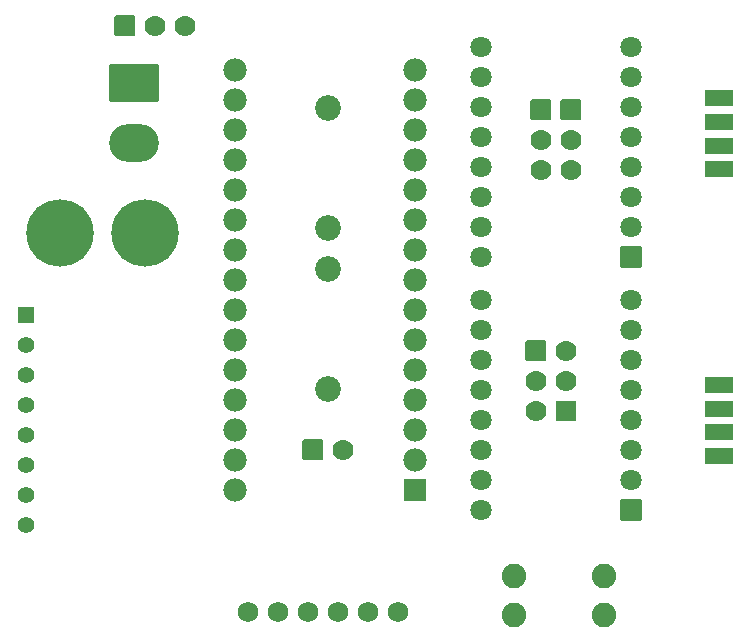
<source format=gbs>
G04 Layer: BottomSolderMaskLayer*
G04 EasyEDA v6.5.38, 2023-12-09 00:29:23*
G04 cc5c81a3f0414725bc0bd174f0517b54,10*
G04 Gerber Generator version 0.2*
G04 Scale: 100 percent, Rotated: No, Reflected: No *
G04 Dimensions in millimeters *
G04 leading zeros omitted , absolute positions ,4 integer and 5 decimal *
%FSLAX45Y45*%
%MOMM*%

%AMMACRO1*1,1,$1,$2,$3*1,1,$1,$4,$5*1,1,$1,0-$2,0-$3*1,1,$1,0-$4,0-$5*20,1,$1,$2,$3,$4,$5,0*20,1,$1,$4,$5,0-$2,0-$3,0*20,1,$1,0-$2,0-$3,0-$4,0-$5,0*20,1,$1,0-$4,0-$5,$2,$3,0*4,1,4,$2,$3,$4,$5,0-$2,0-$3,0-$4,0-$5,$2,$3,0*%
%ADD10MACRO1,0.2032X0.8X-0.8X-0.8X-0.8*%
%ADD11C,1.8032*%
%ADD12MACRO1,0.2032X-1.0795X0.5994X1.0795X0.5994*%
%ADD13C,2.1844*%
%ADD14C,1.7780*%
%ADD15MACRO1,0.2032X0.7874X0.7874X0.7874X-0.7874*%
%ADD16R,1.7780X1.7780*%
%ADD17C,1.7272*%
%ADD18C,2.0828*%
%ADD19C,5.7023*%
%ADD20O,4.2031920000000005X3.2031940000000003*%
%ADD21MACRO1,0.2032X2X1.4999X2X-1.4999*%
%ADD22MACRO1,0.2032X-0.7874X0.7874X0.7874X0.7874*%
%ADD23C,1.9812*%
%ADD24R,1.9812X1.9812*%
%ADD25MACRO1,0.2032X0.6033X0.6033X0.6033X-0.6033*%
%ADD26C,1.4097*%

%LPD*%
D10*
G01*
X5422900Y1143000D03*
D11*
G01*
X4152900Y2921000D03*
G01*
X5422900Y1397000D03*
G01*
X4152900Y2667000D03*
G01*
X5422900Y1651000D03*
G01*
X4152900Y2413000D03*
G01*
X5422900Y1905000D03*
G01*
X4152900Y2159000D03*
G01*
X5422900Y2159000D03*
G01*
X4152900Y1905000D03*
G01*
X5422900Y2413000D03*
G01*
X4152900Y1651000D03*
G01*
X5422900Y2667000D03*
G01*
X4152900Y1397000D03*
G01*
X5422900Y2921000D03*
G01*
X4152900Y1143000D03*
D10*
G01*
X5422900Y3289300D03*
D11*
G01*
X4152900Y5067300D03*
G01*
X5422900Y3543300D03*
G01*
X4152900Y4813300D03*
G01*
X5422900Y3797300D03*
G01*
X4152900Y4559300D03*
G01*
X5422900Y4051300D03*
G01*
X4152900Y4305300D03*
G01*
X5422900Y4305300D03*
G01*
X4152900Y4051300D03*
G01*
X5422900Y4559300D03*
G01*
X4152900Y3797300D03*
G01*
X5422900Y4813300D03*
G01*
X4152900Y3543300D03*
G01*
X5422900Y5067300D03*
G01*
X4152900Y3289300D03*
D12*
G01*
X6172200Y2204719D03*
G01*
X6172200Y2004060D03*
G01*
X6172200Y1803400D03*
G01*
X6172200Y1605280D03*
G01*
X6172200Y4630419D03*
G01*
X6172200Y4429760D03*
G01*
X6172200Y4229100D03*
G01*
X6172200Y4030980D03*
D13*
G01*
X2857500Y3530600D03*
G01*
X2857500Y4546600D03*
D14*
G01*
X4622800Y1981200D03*
G01*
X4622800Y2235200D03*
D15*
G01*
X4622800Y2489200D03*
D14*
G01*
X4660900Y4025900D03*
G01*
X4660900Y4279900D03*
D15*
G01*
X4660900Y4533900D03*
D14*
G01*
X4914900Y4025900D03*
G01*
X4914900Y4279900D03*
D15*
G01*
X4914900Y4533900D03*
D14*
G01*
X4876800Y2489200D03*
G01*
X4876800Y2235200D03*
D16*
G01*
X4876800Y1981200D03*
D15*
G01*
X2730500Y1651000D03*
D14*
G01*
X2984500Y1651000D03*
D13*
G01*
X2857500Y2171700D03*
G01*
X2857500Y3187700D03*
D17*
G01*
X3454400Y279400D03*
G01*
X3200400Y279400D03*
G01*
X2946400Y279400D03*
G01*
X2692400Y279400D03*
G01*
X2438400Y279400D03*
G01*
X2184400Y279400D03*
D18*
G01*
X4438650Y254000D03*
G01*
X5200650Y254000D03*
G01*
X4438650Y584200D03*
G01*
X5200650Y584200D03*
D19*
G01*
X1312494Y3492500D03*
G01*
X592505Y3492500D03*
D20*
G01*
X1219200Y4254500D03*
D21*
G01*
X1219200Y4762500D03*
D14*
G01*
X1651000Y5245100D03*
G01*
X1397000Y5245100D03*
D22*
G01*
X1143000Y5245100D03*
D23*
G01*
X2070100Y4874895D03*
G01*
X2070100Y4620895D03*
G01*
X2070100Y4366895D03*
G01*
X2070100Y4112895D03*
G01*
X2070100Y3858895D03*
G01*
X2070100Y3604895D03*
G01*
X2070100Y3350895D03*
G01*
X2070100Y3096895D03*
G01*
X2070100Y2842895D03*
G01*
X2070100Y2588895D03*
G01*
X2070100Y2334895D03*
G01*
X2070100Y2080895D03*
G01*
X2070100Y1826895D03*
G01*
X2070100Y1572895D03*
G01*
X2070100Y1318895D03*
G01*
X3594100Y4874895D03*
G01*
X3594100Y4620895D03*
G01*
X3594100Y4366895D03*
G01*
X3594100Y4112895D03*
G01*
X3594100Y3858895D03*
G01*
X3594100Y3604895D03*
G01*
X3594100Y3350895D03*
G01*
X3594100Y3096895D03*
G01*
X3594100Y2842895D03*
G01*
X3594100Y2588895D03*
G01*
X3594100Y2334895D03*
G01*
X3594100Y2080895D03*
G01*
X3594100Y1826895D03*
G01*
X3594100Y1572895D03*
D24*
G01*
X3594100Y1318895D03*
D25*
G01*
X304800Y2794000D03*
D26*
G01*
X304800Y2540000D03*
G01*
X304800Y2286000D03*
G01*
X304800Y2032000D03*
G01*
X304800Y1778000D03*
G01*
X304800Y1524000D03*
G01*
X304800Y1270000D03*
G01*
X304800Y1016000D03*
M02*

</source>
